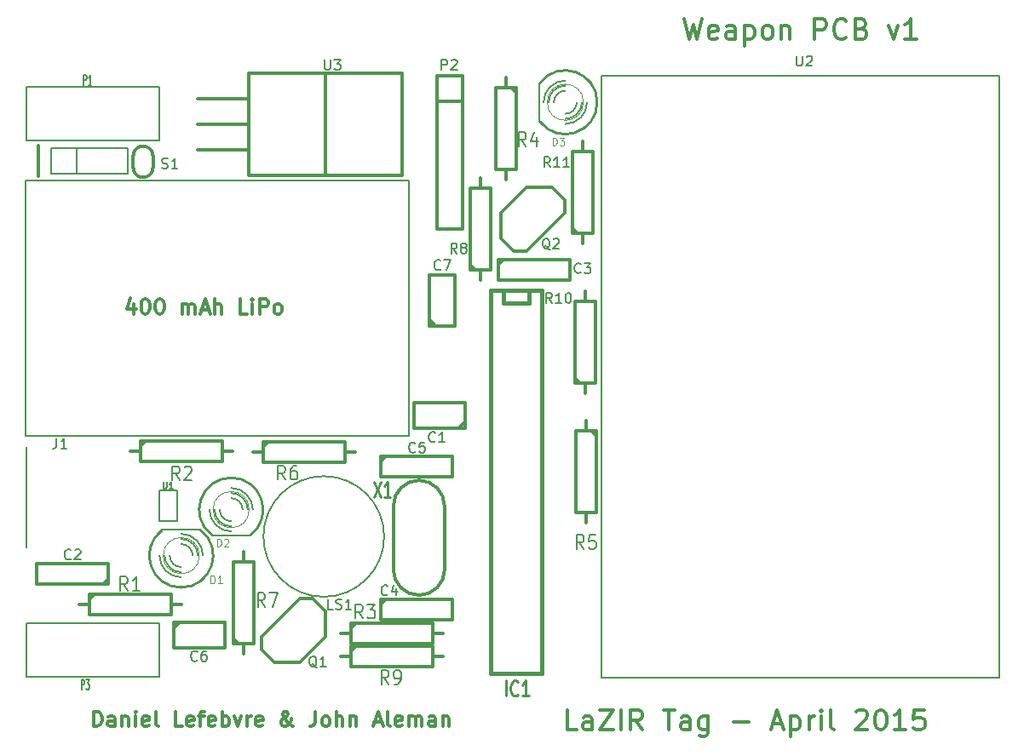
<source format=gto>
G04 (created by PCBNEW (2013-07-07 BZR 4022)-stable) date 4/28/2015 11:34:22 PM*
%MOIN*%
G04 Gerber Fmt 3.4, Leading zero omitted, Abs format*
%FSLAX34Y34*%
G01*
G70*
G90*
G04 APERTURE LIST*
%ADD10C,0.00590551*%
%ADD11C,0.011811*%
%ADD12C,0.00787402*%
%ADD13C,0.015*%
%ADD14C,0.012*%
%ADD15C,0.005*%
%ADD16C,0.008*%
%ADD17C,0.003*%
%ADD18C,0.01*%
%ADD19C,0.006*%
%ADD20C,0.0125*%
%ADD21C,0.01125*%
%ADD22C,0.0035*%
%ADD23C,0.00984252*%
G04 APERTURE END LIST*
G54D10*
G54D11*
X13209Y-12461D02*
X13209Y-13643D01*
X17187Y-12486D02*
X17412Y-12486D01*
X17524Y-12543D01*
X17637Y-12655D01*
X17693Y-12880D01*
X17693Y-13274D01*
X17637Y-13499D01*
X17524Y-13611D01*
X17412Y-13668D01*
X17187Y-13668D01*
X17075Y-13611D01*
X16962Y-13499D01*
X16906Y-13274D01*
X16906Y-12880D01*
X16962Y-12655D01*
X17075Y-12543D01*
X17187Y-12486D01*
X15359Y-35189D02*
X15359Y-34598D01*
X15500Y-34598D01*
X15584Y-34626D01*
X15641Y-34682D01*
X15669Y-34739D01*
X15697Y-34851D01*
X15697Y-34935D01*
X15669Y-35048D01*
X15641Y-35104D01*
X15584Y-35160D01*
X15500Y-35189D01*
X15359Y-35189D01*
X16203Y-35189D02*
X16203Y-34879D01*
X16175Y-34823D01*
X16119Y-34795D01*
X16006Y-34795D01*
X15950Y-34823D01*
X16203Y-35160D02*
X16147Y-35189D01*
X16006Y-35189D01*
X15950Y-35160D01*
X15922Y-35104D01*
X15922Y-35048D01*
X15950Y-34992D01*
X16006Y-34964D01*
X16147Y-34964D01*
X16203Y-34935D01*
X16484Y-34795D02*
X16484Y-35189D01*
X16484Y-34851D02*
X16512Y-34823D01*
X16569Y-34795D01*
X16653Y-34795D01*
X16709Y-34823D01*
X16737Y-34879D01*
X16737Y-35189D01*
X17019Y-35189D02*
X17019Y-34795D01*
X17019Y-34598D02*
X16990Y-34626D01*
X17019Y-34654D01*
X17047Y-34626D01*
X17019Y-34598D01*
X17019Y-34654D01*
X17525Y-35160D02*
X17469Y-35189D01*
X17356Y-35189D01*
X17300Y-35160D01*
X17272Y-35104D01*
X17272Y-34879D01*
X17300Y-34823D01*
X17356Y-34795D01*
X17469Y-34795D01*
X17525Y-34823D01*
X17553Y-34879D01*
X17553Y-34935D01*
X17272Y-34992D01*
X17890Y-35189D02*
X17834Y-35160D01*
X17806Y-35104D01*
X17806Y-34598D01*
X18846Y-35189D02*
X18565Y-35189D01*
X18565Y-34598D01*
X19268Y-35160D02*
X19212Y-35189D01*
X19100Y-35189D01*
X19043Y-35160D01*
X19015Y-35104D01*
X19015Y-34879D01*
X19043Y-34823D01*
X19100Y-34795D01*
X19212Y-34795D01*
X19268Y-34823D01*
X19296Y-34879D01*
X19296Y-34935D01*
X19015Y-34992D01*
X19465Y-34795D02*
X19690Y-34795D01*
X19550Y-35189D02*
X19550Y-34682D01*
X19578Y-34626D01*
X19634Y-34598D01*
X19690Y-34598D01*
X20112Y-35160D02*
X20056Y-35189D01*
X19943Y-35189D01*
X19887Y-35160D01*
X19859Y-35104D01*
X19859Y-34879D01*
X19887Y-34823D01*
X19943Y-34795D01*
X20056Y-34795D01*
X20112Y-34823D01*
X20140Y-34879D01*
X20140Y-34935D01*
X19859Y-34992D01*
X20393Y-35189D02*
X20393Y-34598D01*
X20393Y-34823D02*
X20449Y-34795D01*
X20562Y-34795D01*
X20618Y-34823D01*
X20646Y-34851D01*
X20674Y-34907D01*
X20674Y-35076D01*
X20646Y-35132D01*
X20618Y-35160D01*
X20562Y-35189D01*
X20449Y-35189D01*
X20393Y-35160D01*
X20871Y-34795D02*
X21012Y-35189D01*
X21152Y-34795D01*
X21377Y-35189D02*
X21377Y-34795D01*
X21377Y-34907D02*
X21406Y-34851D01*
X21434Y-34823D01*
X21490Y-34795D01*
X21546Y-34795D01*
X21968Y-35160D02*
X21912Y-35189D01*
X21799Y-35189D01*
X21743Y-35160D01*
X21715Y-35104D01*
X21715Y-34879D01*
X21743Y-34823D01*
X21799Y-34795D01*
X21912Y-34795D01*
X21968Y-34823D01*
X21996Y-34879D01*
X21996Y-34935D01*
X21715Y-34992D01*
X23177Y-35189D02*
X23149Y-35189D01*
X23093Y-35160D01*
X23008Y-35076D01*
X22868Y-34907D01*
X22812Y-34823D01*
X22784Y-34739D01*
X22784Y-34682D01*
X22812Y-34626D01*
X22868Y-34598D01*
X22896Y-34598D01*
X22952Y-34626D01*
X22980Y-34682D01*
X22980Y-34710D01*
X22952Y-34767D01*
X22924Y-34795D01*
X22755Y-34907D01*
X22727Y-34935D01*
X22699Y-34992D01*
X22699Y-35076D01*
X22727Y-35132D01*
X22755Y-35160D01*
X22812Y-35189D01*
X22896Y-35189D01*
X22952Y-35160D01*
X22980Y-35132D01*
X23065Y-35020D01*
X23093Y-34935D01*
X23093Y-34879D01*
X24049Y-34598D02*
X24049Y-35020D01*
X24021Y-35104D01*
X23965Y-35160D01*
X23880Y-35189D01*
X23824Y-35189D01*
X24415Y-35189D02*
X24358Y-35160D01*
X24330Y-35132D01*
X24302Y-35076D01*
X24302Y-34907D01*
X24330Y-34851D01*
X24358Y-34823D01*
X24415Y-34795D01*
X24499Y-34795D01*
X24555Y-34823D01*
X24583Y-34851D01*
X24611Y-34907D01*
X24611Y-35076D01*
X24583Y-35132D01*
X24555Y-35160D01*
X24499Y-35189D01*
X24415Y-35189D01*
X24864Y-35189D02*
X24864Y-34598D01*
X25118Y-35189D02*
X25118Y-34879D01*
X25089Y-34823D01*
X25033Y-34795D01*
X24949Y-34795D01*
X24893Y-34823D01*
X24864Y-34851D01*
X25399Y-34795D02*
X25399Y-35189D01*
X25399Y-34851D02*
X25427Y-34823D01*
X25483Y-34795D01*
X25568Y-34795D01*
X25624Y-34823D01*
X25652Y-34879D01*
X25652Y-35189D01*
X26355Y-35020D02*
X26636Y-35020D01*
X26299Y-35189D02*
X26496Y-34598D01*
X26692Y-35189D01*
X26974Y-35189D02*
X26917Y-35160D01*
X26889Y-35104D01*
X26889Y-34598D01*
X27424Y-35160D02*
X27367Y-35189D01*
X27255Y-35189D01*
X27199Y-35160D01*
X27170Y-35104D01*
X27170Y-34879D01*
X27199Y-34823D01*
X27255Y-34795D01*
X27367Y-34795D01*
X27424Y-34823D01*
X27452Y-34879D01*
X27452Y-34935D01*
X27170Y-34992D01*
X27705Y-35189D02*
X27705Y-34795D01*
X27705Y-34851D02*
X27733Y-34823D01*
X27789Y-34795D01*
X27873Y-34795D01*
X27930Y-34823D01*
X27958Y-34879D01*
X27958Y-35189D01*
X27958Y-34879D02*
X27986Y-34823D01*
X28042Y-34795D01*
X28127Y-34795D01*
X28183Y-34823D01*
X28211Y-34879D01*
X28211Y-35189D01*
X28745Y-35189D02*
X28745Y-34879D01*
X28717Y-34823D01*
X28661Y-34795D01*
X28548Y-34795D01*
X28492Y-34823D01*
X28745Y-35160D02*
X28689Y-35189D01*
X28548Y-35189D01*
X28492Y-35160D01*
X28464Y-35104D01*
X28464Y-35048D01*
X28492Y-34992D01*
X28548Y-34964D01*
X28689Y-34964D01*
X28745Y-34935D01*
X29026Y-34795D02*
X29026Y-35189D01*
X29026Y-34851D02*
X29055Y-34823D01*
X29111Y-34795D01*
X29195Y-34795D01*
X29251Y-34823D01*
X29280Y-34879D01*
X29280Y-35189D01*
X38486Y-7491D02*
X38673Y-8278D01*
X38823Y-7716D01*
X38973Y-8278D01*
X39161Y-7491D01*
X39760Y-8241D02*
X39686Y-8278D01*
X39536Y-8278D01*
X39461Y-8241D01*
X39423Y-8166D01*
X39423Y-7866D01*
X39461Y-7791D01*
X39536Y-7753D01*
X39686Y-7753D01*
X39760Y-7791D01*
X39798Y-7866D01*
X39798Y-7941D01*
X39423Y-8016D01*
X40473Y-8278D02*
X40473Y-7866D01*
X40435Y-7791D01*
X40360Y-7753D01*
X40210Y-7753D01*
X40135Y-7791D01*
X40473Y-8241D02*
X40398Y-8278D01*
X40210Y-8278D01*
X40135Y-8241D01*
X40098Y-8166D01*
X40098Y-8091D01*
X40135Y-8016D01*
X40210Y-7978D01*
X40398Y-7978D01*
X40473Y-7941D01*
X40848Y-7753D02*
X40848Y-8541D01*
X40848Y-7791D02*
X40923Y-7753D01*
X41073Y-7753D01*
X41148Y-7791D01*
X41185Y-7828D01*
X41223Y-7903D01*
X41223Y-8128D01*
X41185Y-8203D01*
X41148Y-8241D01*
X41073Y-8278D01*
X40923Y-8278D01*
X40848Y-8241D01*
X41673Y-8278D02*
X41598Y-8241D01*
X41560Y-8203D01*
X41523Y-8128D01*
X41523Y-7903D01*
X41560Y-7828D01*
X41598Y-7791D01*
X41673Y-7753D01*
X41785Y-7753D01*
X41860Y-7791D01*
X41898Y-7828D01*
X41935Y-7903D01*
X41935Y-8128D01*
X41898Y-8203D01*
X41860Y-8241D01*
X41785Y-8278D01*
X41673Y-8278D01*
X42273Y-7753D02*
X42273Y-8278D01*
X42273Y-7828D02*
X42310Y-7791D01*
X42385Y-7753D01*
X42498Y-7753D01*
X42573Y-7791D01*
X42610Y-7866D01*
X42610Y-8278D01*
X43585Y-8278D02*
X43585Y-7491D01*
X43885Y-7491D01*
X43960Y-7528D01*
X43997Y-7566D01*
X44035Y-7641D01*
X44035Y-7753D01*
X43997Y-7828D01*
X43960Y-7866D01*
X43885Y-7903D01*
X43585Y-7903D01*
X44822Y-8203D02*
X44785Y-8241D01*
X44672Y-8278D01*
X44597Y-8278D01*
X44485Y-8241D01*
X44410Y-8166D01*
X44372Y-8091D01*
X44335Y-7941D01*
X44335Y-7828D01*
X44372Y-7678D01*
X44410Y-7603D01*
X44485Y-7528D01*
X44597Y-7491D01*
X44672Y-7491D01*
X44785Y-7528D01*
X44822Y-7566D01*
X45422Y-7866D02*
X45535Y-7903D01*
X45572Y-7941D01*
X45610Y-8016D01*
X45610Y-8128D01*
X45572Y-8203D01*
X45535Y-8241D01*
X45460Y-8278D01*
X45160Y-8278D01*
X45160Y-7491D01*
X45422Y-7491D01*
X45497Y-7528D01*
X45535Y-7566D01*
X45572Y-7641D01*
X45572Y-7716D01*
X45535Y-7791D01*
X45497Y-7828D01*
X45422Y-7866D01*
X45160Y-7866D01*
X46472Y-7753D02*
X46660Y-8278D01*
X46847Y-7753D01*
X47560Y-8278D02*
X47110Y-8278D01*
X47335Y-8278D02*
X47335Y-7491D01*
X47260Y-7603D01*
X47185Y-7678D01*
X47110Y-7716D01*
X34284Y-35318D02*
X33909Y-35318D01*
X33909Y-34531D01*
X34884Y-35318D02*
X34884Y-34906D01*
X34846Y-34831D01*
X34771Y-34793D01*
X34621Y-34793D01*
X34546Y-34831D01*
X34884Y-35281D02*
X34809Y-35318D01*
X34621Y-35318D01*
X34546Y-35281D01*
X34509Y-35206D01*
X34509Y-35131D01*
X34546Y-35056D01*
X34621Y-35018D01*
X34809Y-35018D01*
X34884Y-34981D01*
X35184Y-34531D02*
X35709Y-34531D01*
X35184Y-35318D01*
X35709Y-35318D01*
X36009Y-35318D02*
X36009Y-34531D01*
X36833Y-35318D02*
X36571Y-34943D01*
X36383Y-35318D02*
X36383Y-34531D01*
X36683Y-34531D01*
X36758Y-34568D01*
X36796Y-34606D01*
X36833Y-34681D01*
X36833Y-34793D01*
X36796Y-34868D01*
X36758Y-34906D01*
X36683Y-34943D01*
X36383Y-34943D01*
X37658Y-34531D02*
X38108Y-34531D01*
X37883Y-35318D02*
X37883Y-34531D01*
X38708Y-35318D02*
X38708Y-34906D01*
X38671Y-34831D01*
X38596Y-34793D01*
X38446Y-34793D01*
X38371Y-34831D01*
X38708Y-35281D02*
X38633Y-35318D01*
X38446Y-35318D01*
X38371Y-35281D01*
X38333Y-35206D01*
X38333Y-35131D01*
X38371Y-35056D01*
X38446Y-35018D01*
X38633Y-35018D01*
X38708Y-34981D01*
X39421Y-34793D02*
X39421Y-35431D01*
X39383Y-35506D01*
X39346Y-35543D01*
X39271Y-35581D01*
X39158Y-35581D01*
X39083Y-35543D01*
X39421Y-35281D02*
X39346Y-35318D01*
X39196Y-35318D01*
X39121Y-35281D01*
X39083Y-35243D01*
X39046Y-35168D01*
X39046Y-34943D01*
X39083Y-34868D01*
X39121Y-34831D01*
X39196Y-34793D01*
X39346Y-34793D01*
X39421Y-34831D01*
X40395Y-35018D02*
X40995Y-35018D01*
X41933Y-35093D02*
X42308Y-35093D01*
X41858Y-35318D02*
X42120Y-34531D01*
X42383Y-35318D01*
X42645Y-34793D02*
X42645Y-35581D01*
X42645Y-34831D02*
X42720Y-34793D01*
X42870Y-34793D01*
X42945Y-34831D01*
X42983Y-34868D01*
X43020Y-34943D01*
X43020Y-35168D01*
X42983Y-35243D01*
X42945Y-35281D01*
X42870Y-35318D01*
X42720Y-35318D01*
X42645Y-35281D01*
X43358Y-35318D02*
X43358Y-34793D01*
X43358Y-34943D02*
X43395Y-34868D01*
X43433Y-34831D01*
X43508Y-34793D01*
X43583Y-34793D01*
X43845Y-35318D02*
X43845Y-34793D01*
X43845Y-34531D02*
X43808Y-34568D01*
X43845Y-34606D01*
X43883Y-34568D01*
X43845Y-34531D01*
X43845Y-34606D01*
X44332Y-35318D02*
X44257Y-35281D01*
X44220Y-35206D01*
X44220Y-34531D01*
X45195Y-34606D02*
X45232Y-34568D01*
X45307Y-34531D01*
X45495Y-34531D01*
X45570Y-34568D01*
X45607Y-34606D01*
X45645Y-34681D01*
X45645Y-34756D01*
X45607Y-34868D01*
X45157Y-35318D01*
X45645Y-35318D01*
X46132Y-34531D02*
X46207Y-34531D01*
X46282Y-34568D01*
X46320Y-34606D01*
X46357Y-34681D01*
X46395Y-34831D01*
X46395Y-35018D01*
X46357Y-35168D01*
X46320Y-35243D01*
X46282Y-35281D01*
X46207Y-35318D01*
X46132Y-35318D01*
X46057Y-35281D01*
X46020Y-35243D01*
X45982Y-35168D01*
X45945Y-35018D01*
X45945Y-34831D01*
X45982Y-34681D01*
X46020Y-34606D01*
X46057Y-34568D01*
X46132Y-34531D01*
X47145Y-35318D02*
X46695Y-35318D01*
X46920Y-35318D02*
X46920Y-34531D01*
X46845Y-34643D01*
X46770Y-34718D01*
X46695Y-34756D01*
X47857Y-34531D02*
X47482Y-34531D01*
X47445Y-34906D01*
X47482Y-34868D01*
X47557Y-34831D01*
X47745Y-34831D01*
X47820Y-34868D01*
X47857Y-34906D01*
X47895Y-34981D01*
X47895Y-35168D01*
X47857Y-35243D01*
X47820Y-35281D01*
X47745Y-35318D01*
X47557Y-35318D01*
X47482Y-35281D01*
X47445Y-35243D01*
X16944Y-18645D02*
X16944Y-19039D01*
X16803Y-18420D02*
X16662Y-18842D01*
X17028Y-18842D01*
X17365Y-18448D02*
X17422Y-18448D01*
X17478Y-18476D01*
X17506Y-18504D01*
X17534Y-18560D01*
X17562Y-18673D01*
X17562Y-18814D01*
X17534Y-18926D01*
X17506Y-18982D01*
X17478Y-19010D01*
X17422Y-19039D01*
X17365Y-19039D01*
X17309Y-19010D01*
X17281Y-18982D01*
X17253Y-18926D01*
X17225Y-18814D01*
X17225Y-18673D01*
X17253Y-18560D01*
X17281Y-18504D01*
X17309Y-18476D01*
X17365Y-18448D01*
X17928Y-18448D02*
X17984Y-18448D01*
X18040Y-18476D01*
X18068Y-18504D01*
X18097Y-18560D01*
X18125Y-18673D01*
X18125Y-18814D01*
X18097Y-18926D01*
X18068Y-18982D01*
X18040Y-19010D01*
X17984Y-19039D01*
X17928Y-19039D01*
X17872Y-19010D01*
X17843Y-18982D01*
X17815Y-18926D01*
X17787Y-18814D01*
X17787Y-18673D01*
X17815Y-18560D01*
X17843Y-18504D01*
X17872Y-18476D01*
X17928Y-18448D01*
X18828Y-19039D02*
X18828Y-18645D01*
X18828Y-18701D02*
X18856Y-18673D01*
X18912Y-18645D01*
X18996Y-18645D01*
X19053Y-18673D01*
X19081Y-18729D01*
X19081Y-19039D01*
X19081Y-18729D02*
X19109Y-18673D01*
X19165Y-18645D01*
X19250Y-18645D01*
X19306Y-18673D01*
X19334Y-18729D01*
X19334Y-19039D01*
X19587Y-18870D02*
X19868Y-18870D01*
X19531Y-19039D02*
X19728Y-18448D01*
X19924Y-19039D01*
X20121Y-19039D02*
X20121Y-18448D01*
X20374Y-19039D02*
X20374Y-18729D01*
X20346Y-18673D01*
X20290Y-18645D01*
X20206Y-18645D01*
X20149Y-18673D01*
X20121Y-18701D01*
X21387Y-19039D02*
X21106Y-19039D01*
X21106Y-18448D01*
X21584Y-19039D02*
X21584Y-18645D01*
X21584Y-18448D02*
X21556Y-18476D01*
X21584Y-18504D01*
X21612Y-18476D01*
X21584Y-18448D01*
X21584Y-18504D01*
X21865Y-19039D02*
X21865Y-18448D01*
X22090Y-18448D01*
X22146Y-18476D01*
X22174Y-18504D01*
X22202Y-18560D01*
X22202Y-18645D01*
X22174Y-18701D01*
X22146Y-18729D01*
X22090Y-18757D01*
X21865Y-18757D01*
X22540Y-19039D02*
X22484Y-19010D01*
X22455Y-18982D01*
X22427Y-18926D01*
X22427Y-18757D01*
X22455Y-18701D01*
X22484Y-18673D01*
X22540Y-18645D01*
X22624Y-18645D01*
X22680Y-18673D01*
X22708Y-18701D01*
X22737Y-18757D01*
X22737Y-18926D01*
X22708Y-18982D01*
X22680Y-19010D01*
X22624Y-19039D01*
X22540Y-19039D01*
G54D12*
X27700Y-13800D02*
X12700Y-13800D01*
X27700Y-23800D02*
X27700Y-13800D01*
X12700Y-23800D02*
X27700Y-23800D01*
X12700Y-13800D02*
X12700Y-23800D01*
G54D13*
X32900Y-18100D02*
X32900Y-33100D01*
X32900Y-33100D02*
X30900Y-33100D01*
X30900Y-33100D02*
X30900Y-18100D01*
X30900Y-18100D02*
X32900Y-18100D01*
X32400Y-18100D02*
X32400Y-18600D01*
X32400Y-18600D02*
X31400Y-18600D01*
X31400Y-18600D02*
X31400Y-18100D01*
G54D14*
X23450Y-30175D02*
X21950Y-31675D01*
X21950Y-31675D02*
X21950Y-32175D01*
X21950Y-32175D02*
X22450Y-32675D01*
X22450Y-32675D02*
X23450Y-32675D01*
X23450Y-32675D02*
X24450Y-31675D01*
X24450Y-31675D02*
X24450Y-30675D01*
X24450Y-30675D02*
X23950Y-30175D01*
X23950Y-30175D02*
X23450Y-30175D01*
G54D15*
X17930Y-25960D02*
X18630Y-25960D01*
X18630Y-25960D02*
X18630Y-27160D01*
X18630Y-27160D02*
X17930Y-27160D01*
X17930Y-27160D02*
X17930Y-25960D01*
G54D14*
X31510Y-9780D02*
X31510Y-10180D01*
X31510Y-10180D02*
X31910Y-10180D01*
X31910Y-10180D02*
X31910Y-13380D01*
X31910Y-13380D02*
X31110Y-13380D01*
X31110Y-13380D02*
X31110Y-10180D01*
X31110Y-10180D02*
X31510Y-10180D01*
X31710Y-10180D02*
X31910Y-10380D01*
X31510Y-13780D02*
X31510Y-13380D01*
X25025Y-31550D02*
X25425Y-31550D01*
X25425Y-31550D02*
X25425Y-31150D01*
X25425Y-31150D02*
X28625Y-31150D01*
X28625Y-31150D02*
X28625Y-31950D01*
X28625Y-31950D02*
X25425Y-31950D01*
X25425Y-31950D02*
X25425Y-31550D01*
X25425Y-31350D02*
X25625Y-31150D01*
X29025Y-31550D02*
X28625Y-31550D01*
X14800Y-30400D02*
X15200Y-30400D01*
X15200Y-30400D02*
X15200Y-30000D01*
X15200Y-30000D02*
X18400Y-30000D01*
X18400Y-30000D02*
X18400Y-30800D01*
X18400Y-30800D02*
X15200Y-30800D01*
X15200Y-30800D02*
X15200Y-30400D01*
X15200Y-30200D02*
X15400Y-30000D01*
X18800Y-30400D02*
X18400Y-30400D01*
X34635Y-23215D02*
X34635Y-23615D01*
X34635Y-23615D02*
X35035Y-23615D01*
X35035Y-23615D02*
X35035Y-26815D01*
X35035Y-26815D02*
X34235Y-26815D01*
X34235Y-26815D02*
X34235Y-23615D01*
X34235Y-23615D02*
X34635Y-23615D01*
X34835Y-23615D02*
X35035Y-23815D01*
X34635Y-27215D02*
X34635Y-26815D01*
X30500Y-17700D02*
X30500Y-17300D01*
X30500Y-17300D02*
X30100Y-17300D01*
X30100Y-17300D02*
X30100Y-14100D01*
X30100Y-14100D02*
X30900Y-14100D01*
X30900Y-14100D02*
X30900Y-17300D01*
X30900Y-17300D02*
X30500Y-17300D01*
X30300Y-17300D02*
X30100Y-17100D01*
X30500Y-13700D02*
X30500Y-14100D01*
X21600Y-24450D02*
X22000Y-24450D01*
X22000Y-24450D02*
X22000Y-24050D01*
X22000Y-24050D02*
X25200Y-24050D01*
X25200Y-24050D02*
X25200Y-24850D01*
X25200Y-24850D02*
X22000Y-24850D01*
X22000Y-24850D02*
X22000Y-24450D01*
X22000Y-24250D02*
X22200Y-24050D01*
X25600Y-24450D02*
X25200Y-24450D01*
X25025Y-32450D02*
X25425Y-32450D01*
X25425Y-32450D02*
X25425Y-32050D01*
X25425Y-32050D02*
X28625Y-32050D01*
X28625Y-32050D02*
X28625Y-32850D01*
X28625Y-32850D02*
X25425Y-32850D01*
X25425Y-32850D02*
X25425Y-32450D01*
X25425Y-32250D02*
X25625Y-32050D01*
X29025Y-32450D02*
X28625Y-32450D01*
X16800Y-24425D02*
X17200Y-24425D01*
X17200Y-24425D02*
X17200Y-24025D01*
X17200Y-24025D02*
X20400Y-24025D01*
X20400Y-24025D02*
X20400Y-24825D01*
X20400Y-24825D02*
X17200Y-24825D01*
X17200Y-24825D02*
X17200Y-24425D01*
X17200Y-24225D02*
X17400Y-24025D01*
X20800Y-24425D02*
X20400Y-24425D01*
X28800Y-9700D02*
X29800Y-9700D01*
X29800Y-9700D02*
X29800Y-15700D01*
X29800Y-15700D02*
X28800Y-15700D01*
X28800Y-15700D02*
X28800Y-9700D01*
X28800Y-10700D02*
X29800Y-10700D01*
G54D16*
X19550Y-27480D02*
X18050Y-27480D01*
G54D17*
X19507Y-28500D02*
G75*
G03X19507Y-28500I-707J0D01*
G74*
G01*
G54D18*
X18049Y-27500D02*
G75*
G03X19550Y-27500I750J-999D01*
G74*
G01*
G54D19*
X18350Y-28500D02*
G75*
G03X18800Y-28950I450J0D01*
G74*
G01*
X19250Y-28500D02*
G75*
G03X18800Y-28050I-450J0D01*
G74*
G01*
X18150Y-28500D02*
G75*
G03X18800Y-29150I650J0D01*
G74*
G01*
X19450Y-28500D02*
G75*
G03X18800Y-27850I-650J0D01*
G74*
G01*
X17950Y-28500D02*
G75*
G03X18800Y-29350I850J0D01*
G74*
G01*
X19650Y-28500D02*
G75*
G03X18800Y-27650I-850J0D01*
G74*
G01*
G54D16*
X32805Y-10000D02*
X32805Y-11500D01*
G54D17*
X34532Y-10750D02*
G75*
G03X34532Y-10750I-707J0D01*
G74*
G01*
G54D18*
X32825Y-11500D02*
G75*
G03X32825Y-9999I999J750D01*
G74*
G01*
G54D19*
X33825Y-11200D02*
G75*
G03X34275Y-10750I0J450D01*
G74*
G01*
X33825Y-10300D02*
G75*
G03X33375Y-10750I0J-450D01*
G74*
G01*
X33825Y-11400D02*
G75*
G03X34475Y-10750I0J650D01*
G74*
G01*
X33825Y-10100D02*
G75*
G03X33175Y-10750I0J-650D01*
G74*
G01*
X33825Y-11600D02*
G75*
G03X34675Y-10750I0J850D01*
G74*
G01*
X33825Y-9900D02*
G75*
G03X32975Y-10750I0J-850D01*
G74*
G01*
G54D16*
X20000Y-27720D02*
X21500Y-27720D01*
G54D17*
X21457Y-26700D02*
G75*
G03X21457Y-26700I-707J0D01*
G74*
G01*
G54D18*
X21500Y-27699D02*
G75*
G03X19999Y-27699I-750J999D01*
G74*
G01*
G54D19*
X21200Y-26700D02*
G75*
G03X20750Y-26250I-450J0D01*
G74*
G01*
X20300Y-26700D02*
G75*
G03X20750Y-27150I450J0D01*
G74*
G01*
X21400Y-26700D02*
G75*
G03X20750Y-26050I-650J0D01*
G74*
G01*
X20100Y-26700D02*
G75*
G03X20750Y-27350I650J0D01*
G74*
G01*
X21600Y-26700D02*
G75*
G03X20750Y-25850I-850J0D01*
G74*
G01*
X19900Y-26700D02*
G75*
G03X20750Y-27550I850J0D01*
G74*
G01*
G54D20*
X29100Y-29050D02*
X29100Y-26550D01*
X27100Y-29050D02*
X27100Y-26550D01*
X28100Y-25550D02*
G75*
G03X27100Y-26550I0J-1000D01*
G74*
G01*
X29100Y-26550D02*
G75*
G03X28100Y-25550I-1000J0D01*
G74*
G01*
X27100Y-29050D02*
G75*
G03X28100Y-30050I1000J0D01*
G74*
G01*
X28100Y-30050D02*
G75*
G03X29100Y-29050I0J1000D01*
G74*
G01*
G54D14*
X15950Y-29625D02*
X13150Y-29625D01*
X13150Y-29625D02*
X13150Y-28825D01*
X13150Y-28825D02*
X15950Y-28825D01*
X15950Y-28825D02*
X15950Y-29625D01*
X15950Y-29425D02*
X15750Y-29625D01*
X31200Y-16900D02*
X34000Y-16900D01*
X34000Y-16900D02*
X34000Y-17700D01*
X34000Y-17700D02*
X31200Y-17700D01*
X31200Y-17700D02*
X31200Y-16900D01*
X31200Y-17100D02*
X31400Y-16900D01*
X26600Y-30200D02*
X29400Y-30200D01*
X29400Y-30200D02*
X29400Y-31000D01*
X29400Y-31000D02*
X26600Y-31000D01*
X26600Y-31000D02*
X26600Y-30200D01*
X26600Y-30400D02*
X26800Y-30200D01*
X26600Y-24600D02*
X29400Y-24600D01*
X29400Y-24600D02*
X29400Y-25400D01*
X29400Y-25400D02*
X26600Y-25400D01*
X26600Y-25400D02*
X26600Y-24600D01*
X26600Y-24800D02*
X26800Y-24600D01*
X18520Y-31100D02*
X20500Y-31100D01*
X20500Y-31100D02*
X20500Y-32100D01*
X20500Y-32100D02*
X18500Y-32100D01*
X18500Y-32100D02*
X18500Y-31100D01*
X18500Y-31350D02*
X18750Y-31100D01*
X28500Y-19480D02*
X28500Y-17500D01*
X28500Y-17500D02*
X29500Y-17500D01*
X29500Y-17500D02*
X29500Y-19500D01*
X29500Y-19500D02*
X28500Y-19500D01*
X28750Y-19500D02*
X28500Y-19250D01*
X29880Y-23500D02*
X27900Y-23500D01*
X27900Y-23500D02*
X27900Y-22500D01*
X27900Y-22500D02*
X29900Y-22500D01*
X29900Y-22500D02*
X29900Y-23500D01*
X29900Y-23250D02*
X29650Y-23500D01*
G54D10*
X50798Y-9706D02*
X50798Y-33273D01*
X35250Y-9706D02*
X50798Y-9706D01*
X50796Y-33275D02*
X35248Y-33275D01*
X35248Y-33275D02*
X35248Y-9708D01*
X12729Y-26209D02*
X12729Y-24231D01*
X12729Y-26200D02*
X12729Y-28168D01*
X12750Y-12250D02*
X12750Y-10150D01*
X12750Y-12250D02*
X17950Y-12250D01*
X17950Y-10150D02*
X12750Y-10150D01*
X17950Y-10150D02*
X17950Y-12250D01*
X12750Y-33250D02*
X12750Y-31150D01*
X12750Y-33250D02*
X17950Y-33250D01*
X17950Y-31150D02*
X12750Y-31150D01*
X17950Y-31150D02*
X17950Y-33250D01*
G54D14*
X19450Y-10600D02*
X21450Y-10600D01*
X19450Y-11600D02*
X21450Y-11600D01*
X19450Y-12600D02*
X21450Y-12600D01*
X21450Y-13600D02*
X27450Y-13600D01*
X27450Y-13600D02*
X27450Y-9600D01*
X27450Y-9600D02*
X21450Y-9600D01*
X21450Y-9600D02*
X21450Y-13600D01*
X24450Y-13100D02*
X24450Y-9600D01*
X24450Y-13100D02*
X24450Y-13600D01*
X32310Y-16580D02*
X33810Y-15080D01*
X33810Y-15080D02*
X33810Y-14580D01*
X33810Y-14580D02*
X33310Y-14080D01*
X33310Y-14080D02*
X32310Y-14080D01*
X32310Y-14080D02*
X31310Y-15080D01*
X31310Y-15080D02*
X31310Y-16080D01*
X31310Y-16080D02*
X31810Y-16580D01*
X31810Y-16580D02*
X32310Y-16580D01*
X34610Y-22160D02*
X34610Y-21760D01*
X34610Y-21760D02*
X34210Y-21760D01*
X34210Y-21760D02*
X34210Y-18560D01*
X34210Y-18560D02*
X35010Y-18560D01*
X35010Y-18560D02*
X35010Y-21760D01*
X35010Y-21760D02*
X34610Y-21760D01*
X34410Y-21760D02*
X34210Y-21560D01*
X34610Y-18160D02*
X34610Y-18560D01*
X34500Y-16275D02*
X34500Y-15875D01*
X34500Y-15875D02*
X34100Y-15875D01*
X34100Y-15875D02*
X34100Y-12675D01*
X34100Y-12675D02*
X34900Y-12675D01*
X34900Y-12675D02*
X34900Y-15875D01*
X34900Y-15875D02*
X34500Y-15875D01*
X34300Y-15875D02*
X34100Y-15675D01*
X34500Y-12275D02*
X34500Y-12675D01*
G54D19*
X13700Y-13550D02*
X13700Y-12550D01*
X13700Y-12550D02*
X16700Y-12550D01*
X16700Y-12550D02*
X16700Y-13550D01*
X16700Y-13550D02*
X13700Y-13550D01*
X14700Y-12550D02*
X14700Y-13550D01*
G54D10*
X26737Y-27750D02*
G75*
G03X26737Y-27750I-2362J0D01*
G74*
G01*
G54D14*
X21240Y-32360D02*
X21240Y-31960D01*
X21240Y-31960D02*
X20840Y-31960D01*
X20840Y-31960D02*
X20840Y-28760D01*
X20840Y-28760D02*
X21640Y-28760D01*
X21640Y-28760D02*
X21640Y-31960D01*
X21640Y-31960D02*
X21240Y-31960D01*
X21040Y-31960D02*
X20840Y-31760D01*
X21240Y-28360D02*
X21240Y-28760D01*
G54D21*
X31490Y-33992D02*
X31490Y-33392D01*
X31962Y-33935D02*
X31940Y-33964D01*
X31876Y-33992D01*
X31833Y-33992D01*
X31769Y-33964D01*
X31726Y-33907D01*
X31705Y-33850D01*
X31683Y-33735D01*
X31683Y-33650D01*
X31705Y-33535D01*
X31726Y-33478D01*
X31769Y-33421D01*
X31833Y-33392D01*
X31876Y-33392D01*
X31940Y-33421D01*
X31962Y-33450D01*
X32390Y-33992D02*
X32133Y-33992D01*
X32262Y-33992D02*
X32262Y-33392D01*
X32219Y-33478D01*
X32176Y-33535D01*
X32133Y-33564D01*
G54D14*
G54D16*
X24105Y-32884D02*
X24067Y-32864D01*
X24029Y-32826D01*
X23972Y-32769D01*
X23934Y-32750D01*
X23896Y-32750D01*
X23915Y-32845D02*
X23877Y-32826D01*
X23839Y-32788D01*
X23820Y-32712D01*
X23820Y-32579D01*
X23839Y-32503D01*
X23877Y-32464D01*
X23915Y-32445D01*
X23991Y-32445D01*
X24029Y-32464D01*
X24067Y-32503D01*
X24086Y-32579D01*
X24086Y-32712D01*
X24067Y-32788D01*
X24029Y-32826D01*
X23991Y-32845D01*
X23915Y-32845D01*
X24467Y-32845D02*
X24239Y-32845D01*
X24353Y-32845D02*
X24353Y-32445D01*
X24315Y-32503D01*
X24277Y-32541D01*
X24239Y-32560D01*
G54D15*
X18091Y-25625D02*
X18091Y-25827D01*
X18103Y-25851D01*
X18115Y-25863D01*
X18139Y-25875D01*
X18186Y-25875D01*
X18210Y-25863D01*
X18222Y-25851D01*
X18234Y-25827D01*
X18234Y-25625D01*
X18484Y-25875D02*
X18341Y-25875D01*
X18412Y-25875D02*
X18412Y-25625D01*
X18389Y-25660D01*
X18365Y-25684D01*
X18341Y-25696D01*
G54D16*
X32286Y-12478D02*
X32120Y-12216D01*
X32000Y-12478D02*
X32000Y-11928D01*
X32191Y-11928D01*
X32239Y-11954D01*
X32262Y-11981D01*
X32286Y-12033D01*
X32286Y-12111D01*
X32262Y-12164D01*
X32239Y-12190D01*
X32191Y-12216D01*
X32000Y-12216D01*
X32715Y-12111D02*
X32715Y-12478D01*
X32596Y-11902D02*
X32477Y-12295D01*
X32786Y-12295D01*
X25904Y-30958D02*
X25738Y-30696D01*
X25618Y-30958D02*
X25618Y-30408D01*
X25809Y-30408D01*
X25857Y-30434D01*
X25880Y-30461D01*
X25904Y-30513D01*
X25904Y-30591D01*
X25880Y-30644D01*
X25857Y-30670D01*
X25809Y-30696D01*
X25618Y-30696D01*
X26071Y-30408D02*
X26380Y-30408D01*
X26214Y-30618D01*
X26285Y-30618D01*
X26333Y-30644D01*
X26357Y-30670D01*
X26380Y-30722D01*
X26380Y-30853D01*
X26357Y-30906D01*
X26333Y-30932D01*
X26285Y-30958D01*
X26142Y-30958D01*
X26095Y-30932D01*
X26071Y-30906D01*
X16706Y-29864D02*
X16540Y-29602D01*
X16420Y-29864D02*
X16420Y-29314D01*
X16611Y-29314D01*
X16659Y-29340D01*
X16682Y-29367D01*
X16706Y-29419D01*
X16706Y-29497D01*
X16682Y-29550D01*
X16659Y-29576D01*
X16611Y-29602D01*
X16420Y-29602D01*
X17182Y-29864D02*
X16897Y-29864D01*
X17040Y-29864D02*
X17040Y-29314D01*
X16992Y-29393D01*
X16944Y-29445D01*
X16897Y-29471D01*
X34552Y-28244D02*
X34386Y-27982D01*
X34266Y-28244D02*
X34266Y-27694D01*
X34457Y-27694D01*
X34505Y-27720D01*
X34528Y-27747D01*
X34552Y-27799D01*
X34552Y-27877D01*
X34528Y-27930D01*
X34505Y-27956D01*
X34457Y-27982D01*
X34266Y-27982D01*
X35005Y-27694D02*
X34766Y-27694D01*
X34743Y-27956D01*
X34766Y-27930D01*
X34814Y-27904D01*
X34933Y-27904D01*
X34981Y-27930D01*
X35005Y-27956D01*
X35028Y-28008D01*
X35028Y-28139D01*
X35005Y-28192D01*
X34981Y-28218D01*
X34933Y-28244D01*
X34814Y-28244D01*
X34766Y-28218D01*
X34743Y-28192D01*
X29586Y-16665D02*
X29455Y-16477D01*
X29361Y-16665D02*
X29361Y-16271D01*
X29511Y-16271D01*
X29548Y-16290D01*
X29567Y-16309D01*
X29586Y-16346D01*
X29586Y-16402D01*
X29567Y-16440D01*
X29548Y-16459D01*
X29511Y-16477D01*
X29361Y-16477D01*
X29811Y-16440D02*
X29773Y-16421D01*
X29755Y-16402D01*
X29736Y-16365D01*
X29736Y-16346D01*
X29755Y-16309D01*
X29773Y-16290D01*
X29811Y-16271D01*
X29886Y-16271D01*
X29923Y-16290D01*
X29942Y-16309D01*
X29961Y-16346D01*
X29961Y-16365D01*
X29942Y-16402D01*
X29923Y-16421D01*
X29886Y-16440D01*
X29811Y-16440D01*
X29773Y-16459D01*
X29755Y-16477D01*
X29736Y-16515D01*
X29736Y-16590D01*
X29755Y-16627D01*
X29773Y-16646D01*
X29811Y-16665D01*
X29886Y-16665D01*
X29923Y-16646D01*
X29942Y-16627D01*
X29961Y-16590D01*
X29961Y-16515D01*
X29942Y-16477D01*
X29923Y-16459D01*
X29886Y-16440D01*
X22870Y-25526D02*
X22704Y-25264D01*
X22584Y-25526D02*
X22584Y-24976D01*
X22775Y-24976D01*
X22823Y-25002D01*
X22846Y-25029D01*
X22870Y-25081D01*
X22870Y-25159D01*
X22846Y-25212D01*
X22823Y-25238D01*
X22775Y-25264D01*
X22584Y-25264D01*
X23299Y-24976D02*
X23204Y-24976D01*
X23156Y-25002D01*
X23132Y-25029D01*
X23084Y-25107D01*
X23061Y-25212D01*
X23061Y-25421D01*
X23084Y-25474D01*
X23108Y-25500D01*
X23156Y-25526D01*
X23251Y-25526D01*
X23299Y-25500D01*
X23323Y-25474D01*
X23346Y-25421D01*
X23346Y-25290D01*
X23323Y-25238D01*
X23299Y-25212D01*
X23251Y-25186D01*
X23156Y-25186D01*
X23108Y-25212D01*
X23084Y-25238D01*
X23061Y-25290D01*
X26916Y-33532D02*
X26750Y-33270D01*
X26630Y-33532D02*
X26630Y-32982D01*
X26821Y-32982D01*
X26869Y-33008D01*
X26892Y-33035D01*
X26916Y-33087D01*
X26916Y-33165D01*
X26892Y-33218D01*
X26869Y-33244D01*
X26821Y-33270D01*
X26630Y-33270D01*
X27154Y-33532D02*
X27250Y-33532D01*
X27297Y-33506D01*
X27321Y-33480D01*
X27369Y-33401D01*
X27392Y-33296D01*
X27392Y-33087D01*
X27369Y-33035D01*
X27345Y-33008D01*
X27297Y-32982D01*
X27202Y-32982D01*
X27154Y-33008D01*
X27130Y-33035D01*
X27107Y-33087D01*
X27107Y-33218D01*
X27130Y-33270D01*
X27154Y-33296D01*
X27202Y-33323D01*
X27297Y-33323D01*
X27345Y-33296D01*
X27369Y-33270D01*
X27392Y-33218D01*
X18732Y-25552D02*
X18566Y-25290D01*
X18446Y-25552D02*
X18446Y-25002D01*
X18637Y-25002D01*
X18685Y-25028D01*
X18708Y-25055D01*
X18732Y-25107D01*
X18732Y-25185D01*
X18708Y-25238D01*
X18685Y-25264D01*
X18637Y-25290D01*
X18446Y-25290D01*
X18923Y-25055D02*
X18946Y-25028D01*
X18994Y-25002D01*
X19113Y-25002D01*
X19161Y-25028D01*
X19185Y-25055D01*
X19208Y-25107D01*
X19208Y-25159D01*
X19185Y-25238D01*
X18899Y-25552D01*
X19208Y-25552D01*
X28984Y-9477D02*
X28984Y-9077D01*
X29137Y-9077D01*
X29175Y-9096D01*
X29194Y-9116D01*
X29213Y-9154D01*
X29213Y-9211D01*
X29194Y-9249D01*
X29175Y-9268D01*
X29137Y-9287D01*
X28984Y-9287D01*
X29365Y-9116D02*
X29384Y-9096D01*
X29422Y-9077D01*
X29518Y-9077D01*
X29556Y-9096D01*
X29575Y-9116D01*
X29594Y-9154D01*
X29594Y-9192D01*
X29575Y-9249D01*
X29346Y-9477D01*
X29594Y-9477D01*
G54D22*
X19946Y-29577D02*
X19946Y-29277D01*
X20018Y-29277D01*
X20060Y-29291D01*
X20089Y-29320D01*
X20103Y-29348D01*
X20118Y-29406D01*
X20118Y-29448D01*
X20103Y-29506D01*
X20089Y-29534D01*
X20060Y-29563D01*
X20018Y-29577D01*
X19946Y-29577D01*
X20403Y-29577D02*
X20232Y-29577D01*
X20318Y-29577D02*
X20318Y-29277D01*
X20289Y-29320D01*
X20260Y-29348D01*
X20232Y-29363D01*
X33330Y-12437D02*
X33330Y-12137D01*
X33402Y-12137D01*
X33444Y-12151D01*
X33473Y-12180D01*
X33487Y-12208D01*
X33502Y-12266D01*
X33502Y-12308D01*
X33487Y-12366D01*
X33473Y-12394D01*
X33444Y-12423D01*
X33402Y-12437D01*
X33330Y-12437D01*
X33602Y-12137D02*
X33787Y-12137D01*
X33687Y-12251D01*
X33730Y-12251D01*
X33759Y-12266D01*
X33773Y-12280D01*
X33787Y-12308D01*
X33787Y-12380D01*
X33773Y-12408D01*
X33759Y-12423D01*
X33730Y-12437D01*
X33644Y-12437D01*
X33616Y-12423D01*
X33602Y-12408D01*
X20190Y-28141D02*
X20190Y-27841D01*
X20262Y-27841D01*
X20304Y-27855D01*
X20333Y-27884D01*
X20347Y-27912D01*
X20362Y-27970D01*
X20362Y-28012D01*
X20347Y-28070D01*
X20333Y-28098D01*
X20304Y-28127D01*
X20262Y-28141D01*
X20190Y-28141D01*
X20476Y-27870D02*
X20490Y-27855D01*
X20519Y-27841D01*
X20590Y-27841D01*
X20619Y-27855D01*
X20633Y-27870D01*
X20647Y-27898D01*
X20647Y-27927D01*
X20633Y-27970D01*
X20462Y-28141D01*
X20647Y-28141D01*
G54D23*
X26351Y-25608D02*
X26613Y-26208D01*
X26613Y-25608D02*
X26351Y-26208D01*
X26969Y-26208D02*
X26744Y-26208D01*
X26857Y-26208D02*
X26857Y-25608D01*
X26819Y-25694D01*
X26782Y-25751D01*
X26744Y-25780D01*
G54D16*
X14481Y-28617D02*
X14462Y-28636D01*
X14405Y-28655D01*
X14367Y-28655D01*
X14309Y-28636D01*
X14271Y-28598D01*
X14252Y-28560D01*
X14233Y-28484D01*
X14233Y-28427D01*
X14252Y-28351D01*
X14271Y-28313D01*
X14309Y-28274D01*
X14367Y-28255D01*
X14405Y-28255D01*
X14462Y-28274D01*
X14481Y-28294D01*
X14633Y-28294D02*
X14652Y-28274D01*
X14690Y-28255D01*
X14786Y-28255D01*
X14824Y-28274D01*
X14843Y-28294D01*
X14862Y-28332D01*
X14862Y-28370D01*
X14843Y-28427D01*
X14614Y-28655D01*
X14862Y-28655D01*
X34429Y-17407D02*
X34410Y-17426D01*
X34353Y-17445D01*
X34315Y-17445D01*
X34257Y-17426D01*
X34219Y-17388D01*
X34200Y-17350D01*
X34181Y-17274D01*
X34181Y-17217D01*
X34200Y-17141D01*
X34219Y-17103D01*
X34257Y-17064D01*
X34315Y-17045D01*
X34353Y-17045D01*
X34410Y-17064D01*
X34429Y-17084D01*
X34562Y-17045D02*
X34810Y-17045D01*
X34676Y-17198D01*
X34734Y-17198D01*
X34772Y-17217D01*
X34791Y-17236D01*
X34810Y-17274D01*
X34810Y-17369D01*
X34791Y-17407D01*
X34772Y-17426D01*
X34734Y-17445D01*
X34619Y-17445D01*
X34581Y-17426D01*
X34562Y-17407D01*
X26871Y-30021D02*
X26852Y-30040D01*
X26795Y-30059D01*
X26757Y-30059D01*
X26699Y-30040D01*
X26661Y-30002D01*
X26642Y-29964D01*
X26623Y-29888D01*
X26623Y-29831D01*
X26642Y-29755D01*
X26661Y-29717D01*
X26699Y-29678D01*
X26757Y-29659D01*
X26795Y-29659D01*
X26852Y-29678D01*
X26871Y-29698D01*
X27214Y-29793D02*
X27214Y-30059D01*
X27118Y-29640D02*
X27023Y-29926D01*
X27271Y-29926D01*
X27955Y-24427D02*
X27936Y-24446D01*
X27879Y-24465D01*
X27841Y-24465D01*
X27783Y-24446D01*
X27745Y-24408D01*
X27726Y-24370D01*
X27707Y-24294D01*
X27707Y-24237D01*
X27726Y-24161D01*
X27745Y-24123D01*
X27783Y-24084D01*
X27841Y-24065D01*
X27879Y-24065D01*
X27936Y-24084D01*
X27955Y-24104D01*
X28317Y-24065D02*
X28126Y-24065D01*
X28107Y-24256D01*
X28126Y-24237D01*
X28164Y-24218D01*
X28260Y-24218D01*
X28298Y-24237D01*
X28317Y-24256D01*
X28336Y-24294D01*
X28336Y-24389D01*
X28317Y-24427D01*
X28298Y-24446D01*
X28260Y-24465D01*
X28164Y-24465D01*
X28126Y-24446D01*
X28107Y-24427D01*
X19425Y-32593D02*
X19406Y-32612D01*
X19349Y-32631D01*
X19311Y-32631D01*
X19253Y-32612D01*
X19215Y-32574D01*
X19196Y-32536D01*
X19177Y-32460D01*
X19177Y-32403D01*
X19196Y-32327D01*
X19215Y-32289D01*
X19253Y-32250D01*
X19311Y-32231D01*
X19349Y-32231D01*
X19406Y-32250D01*
X19425Y-32270D01*
X19768Y-32231D02*
X19692Y-32231D01*
X19653Y-32250D01*
X19634Y-32270D01*
X19596Y-32327D01*
X19577Y-32403D01*
X19577Y-32555D01*
X19596Y-32593D01*
X19615Y-32612D01*
X19653Y-32631D01*
X19730Y-32631D01*
X19768Y-32612D01*
X19787Y-32593D01*
X19806Y-32555D01*
X19806Y-32460D01*
X19787Y-32422D01*
X19768Y-32403D01*
X19730Y-32384D01*
X19653Y-32384D01*
X19615Y-32403D01*
X19596Y-32422D01*
X19577Y-32460D01*
X28943Y-17283D02*
X28924Y-17302D01*
X28867Y-17321D01*
X28829Y-17321D01*
X28771Y-17302D01*
X28733Y-17264D01*
X28714Y-17226D01*
X28695Y-17150D01*
X28695Y-17093D01*
X28714Y-17017D01*
X28733Y-16979D01*
X28771Y-16940D01*
X28829Y-16921D01*
X28867Y-16921D01*
X28924Y-16940D01*
X28943Y-16960D01*
X29076Y-16921D02*
X29343Y-16921D01*
X29171Y-17321D01*
X28733Y-24023D02*
X28714Y-24042D01*
X28657Y-24061D01*
X28619Y-24061D01*
X28561Y-24042D01*
X28523Y-24004D01*
X28504Y-23966D01*
X28485Y-23890D01*
X28485Y-23833D01*
X28504Y-23757D01*
X28523Y-23719D01*
X28561Y-23680D01*
X28619Y-23661D01*
X28657Y-23661D01*
X28714Y-23680D01*
X28733Y-23700D01*
X29114Y-24061D02*
X28885Y-24061D01*
X29000Y-24061D02*
X29000Y-23661D01*
X28961Y-23719D01*
X28923Y-23757D01*
X28885Y-23776D01*
G54D10*
X42870Y-8931D02*
X42870Y-9250D01*
X42888Y-9287D01*
X42907Y-9306D01*
X42945Y-9325D01*
X43020Y-9325D01*
X43057Y-9306D01*
X43076Y-9287D01*
X43095Y-9250D01*
X43095Y-8931D01*
X43263Y-8969D02*
X43282Y-8950D01*
X43319Y-8931D01*
X43413Y-8931D01*
X43451Y-8950D01*
X43469Y-8969D01*
X43488Y-9006D01*
X43488Y-9044D01*
X43469Y-9100D01*
X43244Y-9325D01*
X43488Y-9325D01*
X13922Y-23903D02*
X13922Y-24184D01*
X13904Y-24241D01*
X13866Y-24278D01*
X13810Y-24297D01*
X13772Y-24297D01*
X14316Y-24297D02*
X14091Y-24297D01*
X14203Y-24297D02*
X14203Y-23903D01*
X14166Y-23959D01*
X14128Y-23997D01*
X14091Y-24016D01*
G54D15*
X14982Y-10069D02*
X14982Y-9675D01*
X15058Y-9675D01*
X15077Y-9694D01*
X15087Y-9713D01*
X15096Y-9750D01*
X15096Y-9806D01*
X15087Y-9844D01*
X15077Y-9863D01*
X15058Y-9881D01*
X14982Y-9881D01*
X15287Y-10069D02*
X15172Y-10069D01*
X15230Y-10069D02*
X15230Y-9675D01*
X15210Y-9731D01*
X15191Y-9769D01*
X15172Y-9788D01*
X14892Y-33739D02*
X14892Y-33345D01*
X14968Y-33345D01*
X14987Y-33364D01*
X14997Y-33383D01*
X15006Y-33420D01*
X15006Y-33476D01*
X14997Y-33514D01*
X14987Y-33533D01*
X14968Y-33551D01*
X14892Y-33551D01*
X15073Y-33345D02*
X15197Y-33345D01*
X15130Y-33495D01*
X15159Y-33495D01*
X15178Y-33514D01*
X15187Y-33533D01*
X15197Y-33570D01*
X15197Y-33664D01*
X15187Y-33701D01*
X15178Y-33720D01*
X15159Y-33739D01*
X15101Y-33739D01*
X15082Y-33720D01*
X15073Y-33701D01*
G54D16*
X24405Y-9079D02*
X24405Y-9403D01*
X24424Y-9441D01*
X24443Y-9460D01*
X24481Y-9479D01*
X24557Y-9479D01*
X24595Y-9460D01*
X24614Y-9441D01*
X24633Y-9403D01*
X24633Y-9079D01*
X24786Y-9079D02*
X25033Y-9079D01*
X24900Y-9232D01*
X24957Y-9232D01*
X24995Y-9251D01*
X25014Y-9270D01*
X25033Y-9308D01*
X25033Y-9403D01*
X25014Y-9441D01*
X24995Y-9460D01*
X24957Y-9479D01*
X24843Y-9479D01*
X24805Y-9460D01*
X24786Y-9441D01*
X33225Y-16518D02*
X33187Y-16498D01*
X33149Y-16460D01*
X33092Y-16403D01*
X33054Y-16384D01*
X33016Y-16384D01*
X33035Y-16479D02*
X32997Y-16460D01*
X32959Y-16422D01*
X32940Y-16346D01*
X32940Y-16213D01*
X32959Y-16137D01*
X32997Y-16098D01*
X33035Y-16079D01*
X33111Y-16079D01*
X33149Y-16098D01*
X33187Y-16137D01*
X33206Y-16213D01*
X33206Y-16346D01*
X33187Y-16422D01*
X33149Y-16460D01*
X33111Y-16479D01*
X33035Y-16479D01*
X33359Y-16118D02*
X33378Y-16098D01*
X33416Y-16079D01*
X33511Y-16079D01*
X33549Y-16098D01*
X33568Y-16118D01*
X33587Y-16156D01*
X33587Y-16194D01*
X33568Y-16251D01*
X33340Y-16479D01*
X33587Y-16479D01*
X33304Y-18609D02*
X33173Y-18421D01*
X33079Y-18609D02*
X33079Y-18215D01*
X33229Y-18215D01*
X33267Y-18234D01*
X33286Y-18253D01*
X33304Y-18290D01*
X33304Y-18346D01*
X33286Y-18384D01*
X33267Y-18403D01*
X33229Y-18421D01*
X33079Y-18421D01*
X33679Y-18609D02*
X33454Y-18609D01*
X33567Y-18609D02*
X33567Y-18215D01*
X33529Y-18271D01*
X33492Y-18309D01*
X33454Y-18328D01*
X33923Y-18215D02*
X33961Y-18215D01*
X33998Y-18234D01*
X34017Y-18253D01*
X34036Y-18290D01*
X34054Y-18365D01*
X34054Y-18459D01*
X34036Y-18534D01*
X34017Y-18571D01*
X33998Y-18590D01*
X33961Y-18609D01*
X33923Y-18609D01*
X33886Y-18590D01*
X33867Y-18571D01*
X33848Y-18534D01*
X33829Y-18459D01*
X33829Y-18365D01*
X33848Y-18290D01*
X33867Y-18253D01*
X33886Y-18234D01*
X33923Y-18215D01*
X33230Y-13285D02*
X33099Y-13097D01*
X33005Y-13285D02*
X33005Y-12891D01*
X33155Y-12891D01*
X33193Y-12910D01*
X33212Y-12929D01*
X33230Y-12966D01*
X33230Y-13022D01*
X33212Y-13060D01*
X33193Y-13079D01*
X33155Y-13097D01*
X33005Y-13097D01*
X33605Y-13285D02*
X33380Y-13285D01*
X33493Y-13285D02*
X33493Y-12891D01*
X33455Y-12947D01*
X33418Y-12985D01*
X33380Y-13004D01*
X33980Y-13285D02*
X33755Y-13285D01*
X33868Y-13285D02*
X33868Y-12891D01*
X33830Y-12947D01*
X33793Y-12985D01*
X33755Y-13004D01*
G54D19*
X18043Y-13324D02*
X18100Y-13343D01*
X18195Y-13343D01*
X18233Y-13324D01*
X18252Y-13305D01*
X18271Y-13267D01*
X18271Y-13229D01*
X18252Y-13191D01*
X18233Y-13172D01*
X18195Y-13153D01*
X18119Y-13134D01*
X18081Y-13115D01*
X18062Y-13096D01*
X18043Y-13058D01*
X18043Y-13020D01*
X18062Y-12982D01*
X18081Y-12962D01*
X18119Y-12943D01*
X18214Y-12943D01*
X18271Y-12962D01*
X18652Y-13343D02*
X18424Y-13343D01*
X18538Y-13343D02*
X18538Y-12943D01*
X18500Y-13001D01*
X18462Y-13039D01*
X18424Y-13058D01*
G54D10*
X24742Y-30599D02*
X24555Y-30599D01*
X24555Y-30205D01*
X24855Y-30580D02*
X24911Y-30599D01*
X25005Y-30599D01*
X25042Y-30580D01*
X25061Y-30561D01*
X25080Y-30524D01*
X25080Y-30486D01*
X25061Y-30449D01*
X25042Y-30430D01*
X25005Y-30411D01*
X24930Y-30393D01*
X24892Y-30374D01*
X24874Y-30355D01*
X24855Y-30318D01*
X24855Y-30280D01*
X24874Y-30243D01*
X24892Y-30224D01*
X24930Y-30205D01*
X25024Y-30205D01*
X25080Y-30224D01*
X25455Y-30599D02*
X25230Y-30599D01*
X25342Y-30599D02*
X25342Y-30205D01*
X25305Y-30261D01*
X25267Y-30299D01*
X25230Y-30318D01*
G54D16*
X22076Y-30502D02*
X21910Y-30240D01*
X21790Y-30502D02*
X21790Y-29952D01*
X21981Y-29952D01*
X22029Y-29978D01*
X22052Y-30005D01*
X22076Y-30057D01*
X22076Y-30135D01*
X22052Y-30188D01*
X22029Y-30214D01*
X21981Y-30240D01*
X21790Y-30240D01*
X22243Y-29952D02*
X22576Y-29952D01*
X22362Y-30502D01*
M02*

</source>
